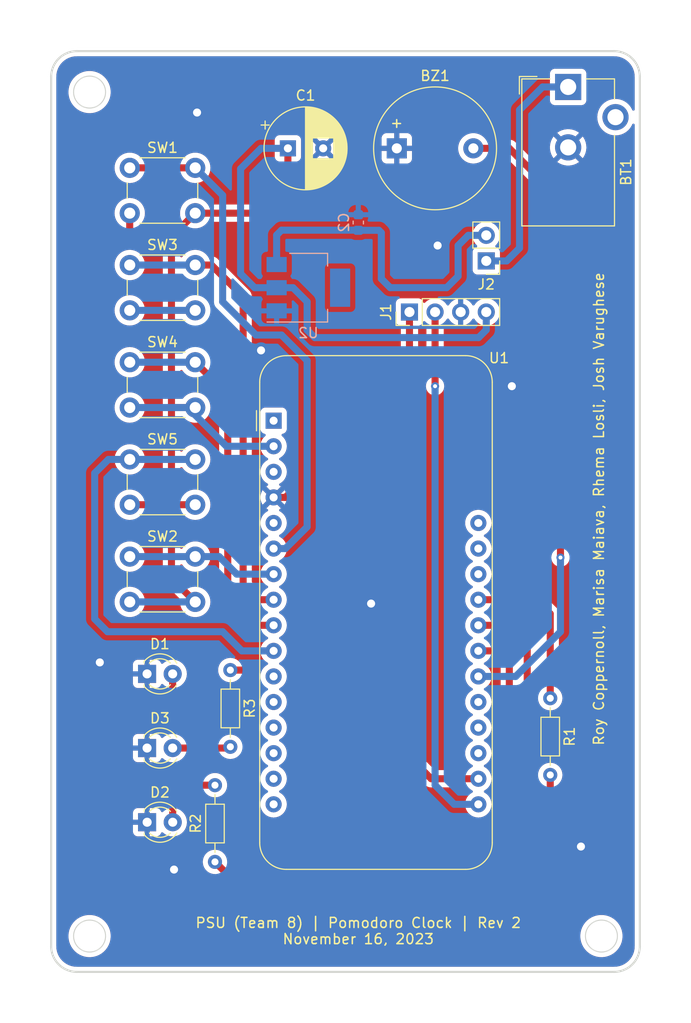
<source format=kicad_pcb>
(kicad_pcb (version 20211014) (generator pcbnew)
  (layers (0 "F.Cu" signal) (31 "B.Cu" signal) (34 "B.Paste" user) (35 "F.Paste" user) (36 "B.SilkS" user "B.Silkscreen") (37 "F.SilkS" user "F.Silkscreen") (38 "B.Mask" user) (39 "F.Mask" user) (44 "Edge.Cuts" user))
  (net 0 "")
  (net 1 "Net-(J2-Pad1)")
  (net 2 "GND")
  (net 3 "Net-(U1-Pad22)")
  (net 4 "/SCL")
  (net 5 "Net-(SW1-Pad2)")
  (net 6 "Net-(C2-Pad2)")
  (net 7 "/SDA")
  (net 8 "Net-(U1-Pad25)")
  (net 9 "Net-(R2-Pad1)")
  (net 10 "Net-(U1-Pad23)")
  (net 11 "Net-(U1-Pad6)")
  (net 12 "Net-(U1-Pad7)")
  (net 13 "Net-(U1-Pad8)")
  (net 14 "Net-(U1-Pad9)")
  (net 15 "Net-(U1-Pad10)")
  (net 31 "Net-(D1-Pad2)")
  (net 32 "Net-(D2-Pad2)")
  (net 33 "Net-(D3-Pad2)")
  (footprint "Button_Switch_THT:SW_PUSH_6mm" (layer "F.Cu") (at 63.675767 57.309767)
    (fp_text reference "SW1" (at 3.25 -2) (layer "F.SilkS"))
    (fp_text value "SW_Push")
    (fp_line (start 6.75 3) (end 6.75 1.5) (layer "F.SilkS") (width 0.12))
    (fp_line (start 5.5 -1) (end 1 -1) (layer "F.SilkS") (width 0.12))
    (fp_line (start 1 5.5) (end 5.5 5.5) (layer "F.SilkS") (width 0.12))
    (fp_line (start -0.25 1.5) (end -0.25 3) (layer "F.SilkS") (width 0.12))
    (pad "1" thru_hole circle (at 6.5 0 90) (size 2 2) (drill 1.1) (layers *.Cu *.Mask) (net 11 "Net-(U1-Pad6)"))
    (pad "1" thru_hole circle (at 0 0 90) (size 2 2) (drill 1.1) (layers *.Cu *.Mask) (net 11 "Net-(U1-Pad6)"))
    (pad "2" thru_hole circle (at 0 4.5 90) (size 2 2) (drill 1.1) (layers *.Cu *.Mask) (net 5 "Net-(SW1-Pad2)"))
    (pad "2" thru_hole circle (at 6.5 4.5 90) (size 2 2) (drill 1.1) (layers *.Cu *.Mask) (net 5 "Net-(SW1-Pad2)"))
  )
  (footprint "Connector_BarrelJack:BarrelJack_CUI_PJ-102AH_Horizontal" (layer "F.Cu") (at 107.188 49.276)
    (fp_text reference "BT1" (at 5.75 8.45 90) (layer "F.SilkS"))
    (fp_text value "9V")
    (fp_line (start 4.6 -0.8) (end 4.6 1.2) (layer "F.SilkS") (width 0.12))
    (fp_line (start 4.6 4.8) (end 4.6 13.8) (layer "F.SilkS") (width 0.12))
    (fp_line (start -4.84 0.7) (end -4.84 -1.04) (layer "F.SilkS") (width 0.12))
    (fp_line (start -4.6 -0.8) (end -1.8 -0.8) (layer "F.SilkS") (width 0.12))
    (fp_line (start 1.8 -0.8) (end 4.6 -0.8) (layer "F.SilkS") (width 0.12))
    (fp_line (start -4.6 13.8) (end -4.6 -0.8) (layer "F.SilkS") (width 0.12))
    (fp_line (start 4.6 13.8) (end -4.6 13.8) (layer "F.SilkS") (width 0.12))
    (fp_line (start -4.84 -1.04) (end -3.1 -1.04) (layer "F.SilkS") (width 0.12))
    (pad "1" thru_hole rect (at 0 0) (size 2.6 2.6) (drill 1.6) (layers *.Cu *.Mask) (net 1 "Net-(J2-Pad1)"))
    (pad "2" thru_hole circle (at 0 6) (size 2.6 2.6) (drill 1.6) (layers *.Cu *.Mask) (net 2 "GND"))
    (pad "3" thru_hole circle (at 4.7 3) (size 2.6 2.6) (drill 1.6) (layers *.Cu *.Mask))
  )
  (footprint "Button_Switch_THT:SW_PUSH_6mm" (layer "F.Cu") (at 63.675767 66.961767)
    (fp_text reference "SW3" (at 3.25 -2) (layer "F.SilkS"))
    (fp_text value "SW_Push")
    (fp_line (start 1 5.5) (end 5.5 5.5) (layer "F.SilkS") (width 0.12))
    (fp_line (start 6.75 3) (end 6.75 1.5) (layer "F.SilkS") (width 0.12))
    (fp_line (start 5.5 -1) (end 1 -1) (layer "F.SilkS") (width 0.12))
    (fp_line (start -0.25 1.5) (end -0.25 3) (layer "F.SilkS") (width 0.12))
    (pad "1" thru_hole circle (at 0 0 90) (size 2 2) (drill 1.1) (layers *.Cu *.Mask) (net 13 "Net-(U1-Pad8)"))
    (pad "1" thru_hole circle (at 6.5 0 90) (size 2 2) (drill 1.1) (layers *.Cu *.Mask) (net 13 "Net-(U1-Pad8)"))
    (pad "2" thru_hole circle (at 6.5 4.5 90) (size 2 2) (drill 1.1) (layers *.Cu *.Mask) (net 5 "Net-(SW1-Pad2)"))
    (pad "2" thru_hole circle (at 0 4.5 90) (size 2 2) (drill 1.1) (layers *.Cu *.Mask) (net 5 "Net-(SW1-Pad2)"))
  )
  (footprint "Buzzer_Beeper:Buzzer_12x9.5RM7.6" (layer "F.Cu") (at 90.18 55.372)
    (fp_text reference "BZ1" (at 3.8 -7.2) (layer "F.SilkS"))
    (fp_text value "Buzzer")
    (fp_text user "+" (at -0.01 -2.54) (layer "F.SilkS"))
    (fp_circle (center 3.8 0) (end 9.9 0) (layer "F.SilkS") (width 0.12) (fill none))
    (pad "1" thru_hole rect (at 0 0) (size 2 2) (drill 1) (layers *.Cu *.Mask) (net 2 "GND"))
    (pad "2" thru_hole circle (at 7.6 0) (size 2 2) (drill 1) (layers *.Cu *.Mask) (net 3 "Net-(U1-Pad22)"))
  )
  (footprint "LED_THT:LED_D3.0mm" (layer "F.Cu") (at 65.396767 107.565767)
    (fp_text reference "D1" (at 1.27 -2.96) (layer "F.SilkS"))
    (fp_text value "LED")
    (fp_line (start -0.29 1.08) (end -0.29 1.236) (layer "F.SilkS") (width 0.12))
    (fp_line (start -0.29 -1.236) (end -0.29 -1.08) (layer "F.SilkS") (width 0.12))
    (fp_arc (start -0.29 -1.235516) (mid 1.366487 -1.987659) (end 2.942335 -1.078608) (layer "F.SilkS") (width 0.12))
    (fp_arc (start 0.229039 -1.08) (mid 1.270117 -1.5) (end 2.31113 -1.079837) (layer "F.SilkS") (width 0.12))
    (fp_arc (start 2.31113 1.079837) (mid 1.270117 1.5) (end 0.229039 1.08) (layer "F.SilkS") (width 0.12))
    (fp_arc (start 2.942335 1.078608) (mid 1.366487 1.987659) (end -0.29 1.235516) (layer "F.SilkS") (width 0.12))
    (pad "1" thru_hole rect (at 0 0) (size 1.8 1.8) (drill 0.9) (layers *.Cu *.Mask) (net 2 "GND"))
    (pad "2" thru_hole circle (at 2.54 0) (size 1.8 1.8) (drill 0.9) (layers *.Cu *.Mask) (net 31 "Net-(D1-Pad2)"))
  )
  (footprint "LED_THT:LED_D3.0mm" (layer "F.Cu") (at 65.401767 122.297767)
    (fp_text reference "D2" (at 1.27 -2.96) (layer "F.SilkS"))
    (fp_text value "LED")
    (fp_line (start -0.29 -1.236) (end -0.29 -1.08) (layer "F.SilkS") (width 0.12))
    (fp_line (start -0.29 1.08) (end -0.29 1.236) (layer "F.SilkS") (width 0.12))
    (fp_arc (start 2.942335 1.078608) (mid 1.366487 1.987659) (end -0.29 1.235516) (layer "F.SilkS") (width 0.12))
    (fp_arc (start 0.229039 -1.08) (mid 1.270117 -1.5) (end 2.31113 -1.079837) (layer "F.SilkS") (width 0.12))
    (fp_arc (start 2.31113 1.079837) (mid 1.270117 1.5) (end 0.229039 1.08) (layer "F.SilkS") (width 0.12))
    (fp_arc (start -0.29 -1.235516) (mid 1.366487 -1.987659) (end 2.942335 -1.078608) (layer "F.SilkS") (width 0.12))
    (pad "1" thru_hole rect (at 0 0) (size 1.8 1.8) (drill 0.9) (layers *.Cu *.Mask) (net 2 "GND"))
    (pad "2" thru_hole circle (at 2.54 0) (size 1.8 1.8) (drill 0.9) (layers *.Cu *.Mask) (net 32 "Net-(D2-Pad2)"))
  )
  (footprint "Resistor_THT:R_Axial_DIN0204_L3.6mm_D1.6mm_P7.62mm_Horizontal" (layer "F.Cu") (at 105.41 109.982 -90)
    (fp_text reference "R1" (at 3.81 -1.92 90) (layer "F.SilkS"))
    (fp_text value "2k")
    (fp_line (start 6.68 0) (end 5.73 0) (layer "F.SilkS") (width 0.12))
    (fp_line (start 5.73 -0.92) (end 1.89 -0.92) (layer "F.SilkS") (width 0.12))
    (fp_line (start 1.89 -0.92) (end 1.89 0.92) (layer "F.SilkS") (width 0.12))
    (fp_line (start 0.94 0) (end 1.89 0) (layer "F.SilkS") (width 0.12))
    (fp_line (start 1.89 0.92) (end 5.73 0.92) (layer "F.SilkS") (width 0.12))
    (fp_line (start 5.73 0.92) (end 5.73 -0.92) (layer "F.SilkS") (width 0.12))
    (pad "1" thru_hole circle (at 0 0 270) (size 1.4 1.4) (drill 0.7) (layers *.Cu *.Mask) (net 8 "Net-(U1-Pad25)"))
    (pad "2" thru_hole oval (at 7.62 0 270) (size 1.4 1.4) (drill 0.7) (layers *.Cu *.Mask) (net 31 "Net-(D1-Pad2)"))
  )
  (footprint "Connector_PinHeader_2.54mm:PinHeader_1x02_P2.54mm_Vertical" (layer "F.Cu") (at 99.06 66.553 180)
    (fp_text reference "J2" (at 0 -2.33) (layer "F.SilkS"))
    (fp_text value "Rocker_Switch")
    (fp_line (start -1.33 3.87) (end 1.33 3.87) (layer "F.SilkS") (width 0.12))
    (fp_line (start 1.33 1.27) (end 1.33 3.87) (layer "F.SilkS") (width 0.12))
    (fp_line (start -1.33 0) (end -1.33 -1.33) (layer "F.SilkS") (width 0.12))
    (fp_line (start -1.33 1.27) (end -1.33 3.87) (layer "F.SilkS") (width 0.12))
    (fp_line (start -1.33 -1.33) (end 0 -1.33) (layer "F.SilkS") (width 0.12))
    (fp_line (start -1.33 1.27) (end 1.33 1.27) (layer "F.SilkS") (width 0.12))
    (pad "1" thru_hole rect (at 0 0 180) (size 1.7 1.7) (drill 1) (layers *.Cu *.Mask) (net 1 "Net-(J2-Pad1)"))
    (pad "2" thru_hole oval (at 0 2.54 180) (size 1.7 1.7) (drill 1) (layers *.Cu *.Mask) (net 6 "Net-(C2-Pad2)"))
  )
  (footprint "Button_Switch_THT:SW_PUSH_6mm" (layer "F.Cu") (at 63.675767 86.265767)
    (fp_text reference "SW5" (at 3.25 -2) (layer "F.SilkS"))
    (fp_text value "SW_Push")
    (fp_line (start 6.75 3) (end 6.75 1.5) (layer "F.SilkS") (width 0.12))
    (fp_line (start -0.25 1.5) (end -0.25 3) (layer "F.SilkS") (width 0.12))
    (fp_line (start 5.5 -1) (end 1 -1) (layer "F.SilkS") (width 0.12))
    (fp_line (start 1 5.5) (end 5.5 5.5) (layer "F.SilkS") (width 0.12))
    (pad "1" thru_hole circle (at 0 0 90) (size 2 2) (drill 1.1) (layers *.Cu *.Mask) (net 15 "Net-(U1-Pad10)"))
    (pad "1" thru_hole circle (at 6.5 0 90) (size 2 2) (drill 1.1) (layers *.Cu *.Mask) (net 15 "Net-(U1-Pad10)"))
    (pad "2" thru_hole circle (at 0 4.5 90) (size 2 2) (drill 1.1) (layers *.Cu *.Mask) (net 5 "Net-(SW1-Pad2)"))
    (pad "2" thru_hole circle (at 6.5 4.5 90) (size 2 2) (drill 1.1) (layers *.Cu *.Mask) (net 5 "Net-(SW1-Pad2)"))
  )
  (footprint "LED_THT:LED_D3.0mm" (layer "F.Cu") (at 65.396767 114.931767)
    (fp_text reference "D3" (at 1.27 -2.96) (layer "F.SilkS"))
    (fp_text value "LED")
    (fp_line (start -0.29 -1.236) (end -0.29 -1.08) (layer "F.SilkS") (width 0.12))
    (fp_line (start -0.29 1.08) (end -0.29 1.236) (layer "F.SilkS") (width 0.12))
    (fp_arc (start 0.229039 -1.08) (mid 1.270117 -1.5) (end 2.31113 -1.079837) (layer "F.SilkS") (width 0.12))
    (fp_arc (start 2.31113 1.079837) (mid 1.270117 1.5) (end 0.229039 1.08) (layer "F.SilkS") (width 0.12))
    (fp_arc (start 2.942335 1.078608) (mid 1.366487 1.987659) (end -0.29 1.235516) (layer "F.SilkS") (width 0.12))
    (fp_arc (start -0.29 -1.235516) (mid 1.366487 -1.987659) (end 2.942335 -1.078608) (layer "F.SilkS") (width 0.12))
    (pad "1" thru_hole rect (at 0 0) (size 1.8 1.8) (drill 0.9) (layers *.Cu *.Mask) (net 2 "GND"))
    (pad "2" thru_hole circle (at 2.54 0) (size 1.8 1.8) (drill 0.9) (layers *.Cu *.Mask) (net 33 "Net-(D3-Pad2)"))
  )
  (footprint "Resistor_THT:R_Axial_DIN0204_L3.6mm_D1.6mm_P7.62mm_Horizontal" (layer "F.Cu") (at 72.136 126.238 90)
    (fp_text reference "R2" (at 3.81 -1.92 90) (layer "F.SilkS"))
    (fp_text value "2k")
    (fp_line (start 5.73 0.92) (end 5.73 -0.92) (layer "F.SilkS") (width 0.12))
    (fp_line (start 1.89 -0.92) (end 1.89 0.92) (layer "F.SilkS") (width 0.12))
    (fp_line (start 1.89 0.92) (end 5.73 0.92) (layer "F.SilkS") (width 0.12))
    (fp_line (start 5.73 -0.92) (end 1.89 -0.92) (layer "F.SilkS") (width 0.12))
    (fp_line (start 6.68 0) (end 5.73 0) (layer "F.SilkS") (width 0.12))
    (fp_line (start 0.94 0) (end 1.89 0) (layer "F.SilkS") (width 0.12))
    (pad "1" thru_hole circle (at 0 0 90) (size 1.4 1.4) (drill 0.7) (layers *.Cu *.Mask) (net 9 "Net-(R2-Pad1)"))
    (pad "2" thru_hole oval (at 7.62 0 90) (size 1.4 1.4) (drill 0.7) (layers *.Cu *.Mask) (net 32 "Net-(D2-Pad2)"))
  )
  (footprint "Capacitor_THT:CP_Radial_D8.0mm_P3.50mm" (layer "F.Cu") (at 79.373349 55.372)
    (fp_text reference "C1" (at 1.75 -5.25) (layer "F.SilkS"))
    (fp_text value "10uF")
    (fp_line (start 2.751 1.04) (end 2.751 3.957) (layer "F.SilkS") (width 0.12))
    (fp_line (start 3.911 -3.469) (end 3.911 -1.04) (layer "F.SilkS") (width 0.12))
    (fp_line (start -2.259698 -2.715) (end -2.259698 -1.915) (layer "F.SilkS") (width 0.12))
    (fp_line (start 2.511 1.04) (end 2.511 4.01) (layer "F.SilkS") (width 0.12))
    (fp_line (start 4.191 -3.28) (end 4.191 -1.04) (layer "F.SilkS") (width 0.12))
    (fp_line (start 3.151 -3.835) (end 3.151 -1.04) (layer "F.SilkS") (width 0.12))
    (fp_line (start 4.391 -3.124) (end 4.391 -1.04) (layer "F.SilkS") (width 0.12))
    (fp_line (start 3.351 -3.757) (end 3.351 -1.04) (layer "F.SilkS") (width 0.12))
    (fp_line (start 2.03 -4.071) (end 2.03 4.071) (layer "F.SilkS") (width 0.12))
    (fp_line (start 3.111 -3.85) (end 3.111 -1.04) (layer "F.SilkS") (width 0.12))
    (fp_line (start 1.75 -4.08) (end 1.75 4.08) (layer "F.SilkS") (width 0.12))
    (fp_line (start 2.911 -3.914) (end 2.911 -1.04) (layer "F.SilkS") (width 0.12))
    (fp_line (start 3.631 -3.627) (end 3.631 -1.04) (layer "F.SilkS") (width 0.12))
    (fp_line (start 3.911 1.04) (end 3.911 3.469) (layer "F.SilkS") (width 0.12))
    (fp_line (start 2.991 1.04) (end 2.991 3.889) (layer "F.SilkS") (width 0.12))
    (fp_line (start 2.791 1.04) (end 2.791 3.947) (layer "F.SilkS") (width 0.12))
    (fp_line (start 4.991 -2.505) (end 4.991 2.505) (layer "F.SilkS") (width 0.12))
    (fp_line (start 4.271 1.04) (end 4.271 3.22) (layer "F.SilkS") (width 0.12))
    (fp_line (start 4.631 -2.907) (end 4.631 2.907) (layer "F.SilkS") (width 0.12))
    (fp_line (start 4.031 1.04) (end 4.031 3.392) (layer "F.SilkS") (width 0.12))
    (fp_line (start 1.91 -4.077) (end 1.91 4.077) (layer "F.SilkS") (width 0.12))
    (fp_line (start 2.39 -4.03) (end 2.39 4.03) (layer "F.SilkS") (width 0.12))
    (fp_line (start 4.511 1.04) (end 4.511 3.019) (layer "F.SilkS") (width 0.12))
    (fp_line (start 4.911 -2.604) (end 4.911 2.604) (layer "F.SilkS") (width 0.12))
    (fp_line (start 2.471 1.04) (end 2.471 4.017) (layer "F.SilkS") (width 0.12))
    (fp_line (start 4.231 -3.25) (end 4.231 -1.04) (layer "F.SilkS") (width 0.12))
    (fp_line (start 5.111 -2.345) (end 5.111 2.345) (layer "F.SilkS") (width 0.12))
    (fp_line (start 5.351 -1.964) (end 5.351 1.964) (layer "F.SilkS") (width 0.12))
    (fp_line (start 1.87 -4.079) (end 1.87 4.079) (layer "F.SilkS") (width 0.12))
    (fp_line (start 3.031 -3.877) (end 3.031 -1.04) (layer "F.SilkS") (width 0.12))
    (fp_line (start 4.111 1.04) (end 4.111 3.338) (layer "F.SilkS") (width 0.12))
    (fp_line (start 3.511 1.04) (end 3.511 3.686) (layer "F.SilkS") (width 0.12))
    (fp_line (start 2.631 -3.985) (end 2.631 -1.04) (layer "F.SilkS") (width 0.12))
    (fp_line (start 3.871 -3.493) (end 3.871 -1.04) (layer "F.SilkS") (width 0.12))
    (fp_line (start 2.711 -3.967) (end 2.711 -1.04) (layer "F.SilkS") (width 0.12))
    (fp_line (start -2.659698 -2.315) (end -1.859698 -2.315) (layer "F.SilkS") (width 0.12))
    (fp_line (start 2.831 1.04) (end 2.831 3.936) (layer "F.SilkS") (width 0.12))
    (fp_line (start 5.071 -2.4) (end 5.071 2.4) (layer "F.SilkS") (width 0.12))
    (fp_line (start 1.99 -4.074) (end 1.99 4.074) (layer "F.SilkS") (width 0.12))
    (fp_line (start 2.831 -3.936) (end 2.831 -1.04) (layer "F.SilkS") (width 0.12))
    (fp_line (start 3.471 1.04) (end 3.471 3.704) (layer "F.SilkS") (width 0.12))
    (fp_line (start 3.951 -3.444) (end 3.951 -1.04) (layer "F.SilkS") (width 0.12))
    (fp_line (start 5.751 -0.948) (end 5.751 0.948) (layer "F.SilkS") (width 0.12))
    (fp_line (start 3.671 1.04) (end 3.671 3.606) (layer "F.SilkS") (width 0.12))
    (fp_line (start 5.151 -2.287) (end 5.151 2.287) (layer "F.SilkS") (width 0.12))
    (fp_line (start 5.791 -0.768) (end 5.791 0.768) (layer "F.SilkS") (width 0.12))
    (fp_line (start 2.591 -3.994) (end 2.591 -1.04) (layer "F.SilkS") (width 0.12))
    (fp_line (start 4.951 -2.556) (end 4.951 2.556) (layer "F.SilkS") (width 0.12))
    (fp_line (start 2.711 1.04) (end 2.711 3.967) (layer "F.SilkS") (width 0.12))
    (fp_line (start 5.191 -2.228) (end 5.191 2.228) (layer "F.SilkS") (width 0.12))
    (fp_line (start 4.231 1.04) (end 4.231 3.25) (layer "F.SilkS") (width 0.12))
    (fp_line (start 3.711 1.04) (end 3.711 3.584) (layer "F.SilkS") (width 0.12))
    (fp_line (start 3.551 -3.666) (end 3.551 -1.04) (layer "F.SilkS") (width 0.12))
    (fp_line (start 3.391 1.04) (end 3.391 3.74) (layer "F.SilkS") (width 0.12))
    (fp_line (start 3.031 1.04) (end 3.031 3.877) (layer "F.SilkS") (width 0.12))
    (fp_line (start 3.791 1.04) (end 3.791 3.54) (layer "F.SilkS") (width 0.12))
    (fp_line (start 4.431 1.04) (end 4.431 3.09) (layer "F.SilkS") (width 0.12))
    (fp_line (start 3.431 1.04) (end 3.431 3.722) (layer "F.SilkS") (width 0.12))
    (fp_line (start 3.751 1.04) (end 3.751 3.562) (layer "F.SilkS") (width 0.12))
    (fp_line (start 5.471 -1.731) (end 5.471 1.731) (layer "F.SilkS") (width 0.12))
    (fp_line (start 5.591 -1.453) (end 5.591 1.453) (layer "F.SilkS") (width 0.12))
    (fp_line (start 2.471 -4.017) (end 2.471 -1.04) (layer "F.SilkS") (width 0.12))
    (fp_line (start 3.951 1.04) (end 3.951 3.444) (layer "F.SilkS") (width 0.12))
    (fp_line (start 5.431 -1.813) (end 5.431 1.813) (layer "F.SilkS") (width 0.12))
    (fp_line (start 2.43 -4.024) (end 2.43 4.024) (layer "F.SilkS") (width 0.12))
    (fp_line (start 4.071 -3.365) (end 4.071 -1.04) (layer "F.SilkS") (width 0.12))
    (fp_line (start 2.11 -4.065) (end 2.11 4.065) (layer "F.SilkS") (width 0.12))
    (fp_line (start 5.831 -0.533) (end 5.831 0.533) (layer "F.SilkS") (width 0.12))
    (fp_line (start 5.391 -1.89) (end 5.391 1.89) (layer "F.SilkS") (width 0.12))
    (fp_line (start 5.551 -1.552) (end 5.551 1.552) (layer "F.SilkS") (width 0.12))
    (fp_line (start 2.551 1.04) (end 2.551 4.002) (layer "F.SilkS") (width 0.12))
    (fp_line (start 3.471 -3.704) (end 3.471 -1.04) (layer "F.SilkS") (width 0.12))
    (fp_line (start 4.871 -2.651) (end 4.871 2.651) (layer "F.SilkS") (width 0.12))
    (fp_line (start 2.27 -4.048) (end 2.27 4.048) (layer "F.SilkS") (width 0.12))
    (fp_line (start 3.071 1.04) (end 3.071 3.863) (layer "F.SilkS") (width 0.12))
    (fp_line (start 2.31 -4.042) (end 2.31 4.042) (layer "F.SilkS") (width 0.12))
    (fp_line (start 2.671 1.04) (end 2.671 3.976) (layer "F.SilkS") (width 0.12))
    (fp_line (start 3.071 -3.863) (end 3.071 -1.04) (layer "F.SilkS") (width 0.12))
    (fp_line (start 3.551 1.04) (end 3.551 3.666) (layer "F.SilkS") (width 0.12))
    (fp_line (start 2.551 -4.002) (end 2.551 -1.04) (layer "F.SilkS") (width 0.12))
    (fp_line (start 4.391 1.04) (end 4.391 3.124) (layer "F.SilkS") (width 0.12))
    (fp_line (start 3.311 1.04) (end 3.311 3.774) (layer "F.SilkS") (width 0.12))
    (fp_line (start 2.23 -4.052) (end 2.23 4.052) (layer "F.SilkS") (width 0.12))
    (fp_line (start 4.791 -2.741) (end 4.791 2.741) (layer "F.SilkS") (width 0.12))
    (fp_line (start 4.351 -3.156) (end 4.351 -1.04) (layer "F.SilkS") (width 0.12))
    (fp_line (start 1.95 -4.076) (end 1.95 4.076) (layer "F.SilkS") (width 0.12))
    (fp_line (start 2.591 1.04) (end 2.591 3.994) (layer "F.SilkS") (width 0.12))
    (fp_line (start 2.871 1.04) (end 2.871 3.925) (layer "F.SilkS") (width 0.12))
    (fp_line (start 3.271 1.04) (end 3.271 3.79) (layer "F.SilkS") (width 0.12))
    (fp_line (start 4.311 -3.189) (end 4.311 -1.04) (layer "F.SilkS") (width 0.12))
    (fp_line (start 5.271 -2.102) (end 5.271 2.102) (layer "F.SilkS") (width 0.12))
    (fp_line (start 2.951 1.04) (end 2.951 3.902) (layer "F.SilkS") (width 0.12))
    (fp_line (start 3.711 -3.584) (end 3.711 -1.04) (layer "F.SilkS") (width 0.12))
    (fp_line (start 5.511 -1.645) (end 5.511 1.645) (layer "F.SilkS") (width 0.12))
    (fp_line (start 1.79 -4.08) (end 1.79 4.08) (layer "F.SilkS") (width 0.12))
    (fp_line (start 3.991 1.04) (end 3.991 3.418) (layer "F.SilkS") (width 0.12))
    (fp_line (start 3.231 1.04) (end 3.231 3.805) (layer "F.SilkS") (width 0.12))
    (fp_line (start 4.111 -3.338) (end 4.111 -1.04) (layer "F.SilkS") (width 0.12))
    (fp_line (start 3.351 1.04) (end 3.351 3.757) (layer "F.SilkS") (width 0.12))
    (fp_line (start 3.391 -3.74) (end 3.391 -1.04) (layer "F.SilkS") (width 0.12))
    (fp_line (start 4.191 1.04) (end 4.191 3.28) (layer "F.SilkS") (width 0.12))
    (fp_line (start 3.151 1.04) (end 3.151 3.835) (layer "F.SilkS") (width 0.12))
    (fp_line (start 3.191 -3.821) (end 3.191 -1.04) (layer "F.SilkS") (width 0.12))
    (fp_line (start 2.07 -4.068) (end 2.07 4.068) (layer "F.SilkS") (width 0.12))
    (fp_line (start 2.631 1.04) (end 2.631 3.985) (layer "F.SilkS") (width 0.12))
    (fp_line (start 3.631 1.04) (end 3.631 3.627) (layer "F.SilkS") (width 0.12))
    (fp_line (start 3.791 -3.54) (end 3.791 -1.04) (layer "F.SilkS") (width 0.12))
    (fp_line (start 3.231 -3.805) (end 3.231 -1.04) (layer "F.SilkS") (width 0.12))
    (fp_line (start 3.271 -3.79) (end 3.271 -1.04) (layer "F.SilkS") (width 0.12))
    (fp_line (start 2.15 -4.061) (end 2.15 4.061) (layer "F.SilkS") (width 0.12))
    (fp_line (start 3.591 -3.647) (end 3.591 -1.04) (layer "F.SilkS") (width 0.12))
    (fp_line (start 4.551 -2.983) (end 4.551 2.983) (layer "F.SilkS") (width 0.12))
    (fp_line (start 3.511 -3.686) (end 3.511 -1.04) (layer "F.SilkS") (width 0.12))
    (fp_line (start 4.751 -2.784) (end 4.751 2.784) (layer "F.SilkS") (width 0.12))
    (fp_line (start 2.791 -3.947) (end 2.791 -1.04) (layer "F.SilkS") (width 0.12))
    (fp_line (start 4.471 1.04) (end 4.471 3.055) (layer "F.SilkS") (width 0.12))
    (fp_line (start 4.031 -3.392) (end 4.031 -1.04) (layer "F.SilkS") (width 0.12))
    (fp_line (start 2.511 -4.01) (end 2.511 -1.04) (layer "F.SilkS") (width 0.12))
    (fp_line (start 3.311 -3.774) (end 3.311 -1.04) (layer "F.SilkS") (width 0.12))
    (fp_line (start 3.991 -3.418) (end 3.991 -1.04) (layer "F.SilkS") (width 0.12))
    (fp_line (start 4.671 -2.867) (end 4.671 2.867) (layer "F.SilkS") (width 0.12))
    (fp_line (start 5.031 -2.454) (end 5.031 2.454) (layer "F.SilkS") (width 0.12))
    (fp_line (start 4.431 -3.09) (end 4.431 -1.04) (layer "F.SilkS") (width 0.12))
    (fp_line (start 4.151 -3.309) (end 4.151 -1.04) (layer "F.SilkS") (width 0.12))
    (fp_line (start 2.35 -4.037) (end 2.35 4.037) (layer "F.SilkS") (width 0.12))
    (fp_line (start 2.19 -4.057) (end 2.19 4.057) (layer "F.SilkS") (width 0.12))
    (fp_line (start 2.951 -3.902) (end 2.951 -1.04) (layer "F.SilkS") (width 0.12))
    (fp_line (start 3.111 1.04) (end 3.111 3.85) (layer "F.SilkS") (width 0.12))
    (fp_line (start 3.871 1.04) (end 3.871 3.493) (layer "F.SilkS") (width 0.12))
    (fp_line (start 3.751 -3.562) (end 3.751 -1.04) (layer "F.SilkS") (width 0.12))
    (fp_line (start 2.671 -3.976) (end 2.671 -1.04) (layer "F.SilkS") (width 0.12))
    (fp_line (start 4.711 -2.826) (end 4.711 2.826) (layer "F.SilkS") (width 0.12))
    (fp_line (start 1.83 -4.08) (end 1.83 4.08) (layer "F.SilkS") (width 0.12))
    (fp_line (start 3.831 1.04) (end 3.831 3.517) (layer "F.SilkS") (width 0.12))
    (fp_line (start 4.351 1.04) (end 4.351 3.156) (layer "F.SilkS") (width 0.12))
    (fp_line (start 3.831 -3.517) (end 3.831 -1.04) (layer "F.SilkS") (width 0.12))
    (fp_line (start 4.591 -2.945) (end 4.591 2.945) (layer "F.SilkS") (width 0.12))
    (fp_line (start 5.231 -2.166) (end 5.231 2.166) (layer "F.SilkS") (width 0.12))
    (fp_line (start 5.671 -1.229) (end 5.671 1.229) (layer "F.SilkS") (width 0.12))
    (fp_line (start 2.911 1.04) (end 2.911 3.914) (layer "F.SilkS") (width 0.12))
    (fp_line (start 4.271 -3.22) (end 4.271 -1.04) (layer "F.SilkS") (width 0.12))
    (fp_line (start 2.871 -3.925) (end 2.871 -1.04) (layer "F.SilkS") (width 0.12))
    (fp_line (start 4.071 1.04) (end 4.071 3.365) (layer "F.SilkS") (width 0.12))
    (fp_line (start 2.751 -3.957) (end 2.751 -1.04) (layer "F.SilkS") (width 0.12))
    (fp_line (start 3.431 -3.722) (end 3.431 -1.04) (layer "F.SilkS") (width 0.12))
    (fp_line (start 2.991 -3.889) (end 2.991 -1.04) (layer "F.SilkS") (width 0.12))
    (fp_line (start 3.191 1.04) (end 3.191 3.821) (layer "F.SilkS") (width 0.12))
    (fp_line (start 3.671 -3.606) (end 3.671 -1.04) (layer "F.SilkS") (width 0.12))
    (fp_line (start 4.511 -3.019) (end 4.511 -1.04) (layer "F.SilkS") (width 0.12))
    (fp_line (start 4.471 -3.055) (end 4.471 -1.04) (layer "F.SilkS") (width 0.12))
    (fp_line (start 4.311 1.04) (end 4.311 3.189) (layer "F.SilkS") (width 0.12))
    (fp_line (start 5.711 -1.098) (end 5.711 1.098) (layer "F.SilkS") (width 0.12))
    (fp_line (start 4.831 -2.697) (end 4.831 2.697) (layer "F.SilkS") (width 0.12))
    (fp_line (start 4.151 1.04) (end 4.151 3.309) (layer "F.SilkS") (width 0.12))
    (fp_line (start 5.311 -2.034) (end 5.311 2.034) (layer "F.SilkS") (width 0.12))
    (fp_line (start 3.591 1.04) (end 3.591 3.647) (layer "F.SilkS") (width 0.12))
    (fp_line (start 5.631 -1.346) (end 5.631 1.346) (layer "F.SilkS") (width 0.12))
    (fp_circle (center 1.75 0) (end 5.87 0) (layer "F.SilkS") (width 0.12) (fill none))
    (pad "1" thru_hole rect (at 0 0) (size 1.6 1.6) (drill 0.8) (layers *.Cu *.Mask) (net 5 "Net-(SW1-Pad2)"))
    (pad "2" thru_hole circle (at 3.5 0) (size 1.6 1.6) (drill 0.8) (layers *.Cu *.Mask) (net 2 "GND"))
  )
  (footprint "Connector_PinHeader_2.54mm:PinHeader_1x04_P2.54mm_Vertical" (layer "F.Cu") (at 91.44 71.628 90)
    (fp_text reference "J1" (at 0 -2.33 90) (layer "F.SilkS"))
    (fp_text value "I2C_7SegDisp_Backpack")
    (fp_line (start -1.33 1.27) (end -1.33 8.95) (layer "F.SilkS") (width 0.12))
    (fp_line (start -1.33 -1.33) (end 0 -1.33) (layer "F.SilkS") (width 0.12))
    (fp_line (start -1.33 8.95) (end 1.33 8.95) (layer "F.SilkS") (width 0.12))
    (fp_line (start 1.33 1.27) (end 1.33 8.95) (layer "F.SilkS") (width 0.12))
    (fp_line (start -1.33 0) (end -1.33 -1.33) (layer "F.SilkS") (width 0.12))
    (fp_line (start -1.33 1.27) (end 1.33 1.27) (layer "F.SilkS") (width 0.12))
    (pad "1" thru_hole rect (at 0 0 90) (size 1.7 1.7) (drill 1) (layers *.Cu *.Mask) (net 4 "/SCL"))
    (pad "2" thru_hole oval (at 0 2.54 90) (size 1.7 1.7) (drill 1) (layers *.Cu *.Mask) (net 7 "/SDA"))
    (pad "3" thru_hole oval (at 0 5.08 90) (size 1.7 1.7) (drill 1) (layers *.Cu *.Mask) (net 2 "GND"))
    (pad "4" thru_hole oval (at 0 7.62 90) (size 1.7 1.7) (drill 1) (layers *.Cu *.Mask) (net 5 "Net-(SW1-Pad2)"))
  )
  (footprint "Button_Switch_THT:SW_PUSH_6mm" (layer "F.Cu") (at 63.675767 76.613767)
    (fp_text reference "SW4" (at 3.25 -2) (layer "F.SilkS"))
    (fp_text value "SW_Push")
    (fp_line (start 5.5 -1) (end 1 -1) (layer "F.SilkS") (width 0.12))
    (fp_line (start -0.25 1.5) (end -0.25 3) (layer "F.SilkS") (width 0.12))
    (fp_line (start 6.75 3) (end 6.75 1.5) (layer "F.SilkS") (width 0.12))
    (fp_line (start 1 5.5) (end 5.5 5.5) (layer "F.SilkS") (width 0.12))
    (pad "1" thru_hole circle (at 0 0 90) (size 2 2) (drill 1.1) (layers *.Cu *.Mask) (net 14 "Net-(U1-Pad9)"))
    (pad "1" thru_hole circle (at 6.5 0 90) (size 2 2) (drill 1.1) (layers *.Cu *.Mask) (net 14 "Net-(U1-Pad9)"))
    (pad "2" thru_hole circle (at 6.5 4.5 90) (size 2 2) (drill 1.1) (layers *.Cu *.Mask) (net 5 "Net-(SW1-Pad2)"))
    (pad "2" thru_hole circle (at 0 4.5 90) (size 2 2) (drill 1.1) (layers *.Cu *.Mask) (net 5 "Net-(SW1-Pad2)"))
  )
  (footprint "Module:Adafruit_Feather" (layer "F.Cu") (at 77.955267 82.419767)
    (fp_text reference "U1" (at 22.374733 -6.219767) (layer "F.SilkS"))
    (fp_text value "Adafruit_Feather_HUZZAH32_ESP32")
    (fp_line (start 19.05 44.56) (end 1.27 44.56) (layer "F.SilkS") (width 0.12))
    (fp_line (start -1.38 -3.81) (end -1.38 41.91) (layer "F.SilkS") (width 0.12))
    (fp_line (start 19.05 -6.46) (end 1.27 -6.46) (layer "F.SilkS") (width 0.12))
    (fp_line (start -1.7 1) (end -1.7 -1) (layer "F.SilkS") (width 0.12))
    (fp_line (start 21.7 -3.81) (end 21.7 41.91) (layer "F.SilkS") (width 0.12))
    (fp_arc (start -1.38 -3.81) (mid -0.603833 -5.683833) (end 1.27 -6.46) (layer "F.SilkS") (width 0.12))
    (fp_arc (start 1.27 44.56) (mid -0.603833 43.783833) (end -1.38 41.91) (layer "F.SilkS") (width 0.12))
    (fp_arc (start 21.7 41.91) (mid 20.923833 43.783833) (end 19.05 44.56) (layer "F.SilkS") (width 0.12))
    (fp_arc (start 19.05 -6.46) (mid 20.923833 -5.683833) (end 21.7 -3.81) (layer "F.SilkS") (width 0.12))
    (pad "1" thru_hole rect (at 0 0 180) (size 1.6 1.6) (drill 0.8) (layers *.Cu *.Mask))
    (pad "2" thru_hole circle (at 0 2.54 180) (size 1.6 1.6) (drill 0.8) (layers *.Cu *.Mask) (net 5 "Net-(SW1-Pad2)"))
    (pad "3" thru_hole circle (at 0 5.08 180) (size 1.6 1.6) (drill 0.8) (layers *.Cu *.Mask))
    (pad "4" thru_hole circle (at 0 7.62 180) (size 1.6 1.6) (drill 0.8) (layers *.Cu *.Mask) (net 2 "GND"))
    (pad "5" thru_hole circle (at 0 10.16 180) (size 1.6 1.6) (drill 0.8) (layers *.Cu *.Mask))
    (pad "6" thru_hole circle (at 0 12.7 180) (size 1.6 1.6) (drill 0.8) (layers *.Cu *.Mask) (net 11 "Net-(U1-Pad6)"))
    (pad "7" thru_hole circle (at 0 15.24 180) (size 1.6 1.6) (drill 0.8) (layers *.Cu *.Mask) (net 12 "Net-(U1-Pad7)"))
    (pad "8" thru_hole circle (at 0 17.78 180) (size 1.6 1.6) (drill 0.8) (layers *.Cu *.Mask) (net 13 "Net-(U1-Pad8)"))
    (pad "9" thru_hole circle (at 0 20.32 180) (size 1.6 1.6) (drill 0.8) (layers *.Cu *.Mask) (net 14 "Net-(U1-Pad9)"))
    (pad "10" thru_hole circle (at 0 22.86 180) (size 1.6 1.6) (drill 0.8) (layers *.Cu *.Mask) (net 15 "Net-(U1-Pad10)"))
    (pad "11" thru_hole circle (at 0 25.4 180) (size 1.6 1.6) (drill 0.8) (layers *.Cu *.Mask))
    (pad "12" thru_hole circle (at 0 27.94 180) (size 1.6 1.6) (drill 0.8) (layers *.Cu *.Mask))
    (pad "13" thru_hole circle (at 0 30.48 180) (size 1.6 1.6) (drill 0.8) (layers *.Cu *.Mask))
    (pad "14" thru_hole circle (at 0 33.02 180) (size 1.6 1.6) (drill 0.8) (layers *.Cu *.Mask))
    (pad "15" thru_hole circle (at 0 35.56 180) (size 1.6 1.6) (drill 0.8) (layers *.Cu *.Mask))
    (pad "16" thru_hole circle (at 0 38.1 180) (size 1.6 1.6) (drill 0.8) (layers *.Cu *.Mask))
    (pad "17" thru_hole circle (at 20.32 38.1 180) (size 1.6 1.6) (drill 0.8) (layers *.Cu *.Mask) (net 7 "/SDA"))
    (pad "18" thru_hole circle (at 20.32 35.56 180) (size 1.6 1.6) (drill 0.8) (layers *.Cu *.Mask) (net 4 "/SCL"))
    (pad "19" thru_hole circle (at 20.32 33.02 180) (size 1.6 1.6) (drill 0.8) (layers *.Cu *.Mask))
    (pad "20" thru_hole circle (at 20.32 30.48 180) (size 1.6 1.6) (drill 0.8) (layers *.Cu *.Mask))
    (pad "21" thru_hole circle (at 20.32 27.94 180) (size 1.6 1.6) (drill 0.8) (layers *.Cu *.Mask))
    (pad "22" thru_hole circle (at 20.32 25.4 180) (size 1.6 1.6) (drill 0.8) (layers *.Cu *.Mask) (net 3 "Net-(U1-Pad22)"))
    (pad "23" thru_hole circle (at 20.32 22.86 180) (size 1.6 1.6) (drill 0.8) (layers *.Cu *.Mask) (net 10 "Net-(U1-Pad23)"))
    (pad "24" thru_hole circle (at 20.32 20.32 180) (size 1.6 1.6) (drill 0.8) (layers *.Cu *.Mask) (net 9 "Net-(R2-Pad1)"))
    (pad "25" thru_hole circle (at 20.32 17.78 180) (size 1.6 1.6) (drill 0.8) (layers *.Cu *.Mask) (net 8 "Net-(U1-Pad25)"))
    (pad "26" thru_hole circle (at 20.32 15.24 180) (size 1.6 1.6) (drill 0.8) (layers *.Cu *.Mask))
    (pad "27" thru_hole circle (at 20.32 12.7 180) (size 1.6 1.6) (drill 0.8) (layers *.Cu *.Mask))
    (pad "28" thru_hole circle (at 20.32 10.16 180) (size 1.6 1.6) (drill 0.8) (layers *.Cu *.Mask))
  )
  (footprint "Resistor_THT:R_Axial_DIN0204_L3.6mm_D1.6mm_P7.62mm_Horizontal" (layer "F.Cu") (at 73.66 107.188 -90)
    (fp_text reference "R3" (at 3.81 -1.92 90) (layer "F.SilkS"))
    (fp_text value "2k")
    (fp_line (start 5.73 0.92) (end 5.73 -0.92) (layer "F.SilkS") (width 0.12))
    (fp_line (start 5.73 -0.92) (end 1.89 -0.92) (layer "F.SilkS") (width 0.12))
    (fp_line (start 1.89 0.92) (end 5.73 0.92) (layer "F.SilkS") (width 0.12))
    (fp_line (start 6.68 0) (end 5.73 0) (layer "F.SilkS") (width 0.12))
    (fp_line (start 0.94 0) (end 1.89 0) (layer "F.SilkS") (width 0.12))
    (fp_line (start 1.89 -0.92) (end 1.89 0.92) (layer "F.SilkS") (width 0.12))
    (pad "1" thru_hole circle (at 0 0 270) (size 1.4 1.4) (drill 0.7) (layers *.Cu *.Mask) (net 10 "Net-(U1-Pad23)"))
    (pad "2" thru_hole oval (at 7.62 0 270) (size 1.4 1.4) (drill 0.7) (layers *.Cu *.Mask) (net 33 "Net-(D3-Pad2)"))
  )
  (footprint "Button_Switch_THT:SW_PUSH_6mm" (layer "F.Cu") (at 63.675767 95.917767)
    (fp_text reference "SW2" (at 3.25 -2) (layer "F.SilkS"))
    (fp_text value "SW_Push")
    (fp_line (start 5.5 -1) (end 1 -1) (layer "F.SilkS") (width 0.12))
    (fp_line (start 6.75 3) (end 6.75 1.5) (layer "F.SilkS") (width 0.12))
    (fp_line (start -0.25 1.5) (end -0.25 3) (layer "F.SilkS") (width 0.12))
    (fp_line (start 1 5.5) (end 5.5 5.5) (layer "F.SilkS") (width 0.12))
    (pad "1" thru_hole circle (at 0 0 90) (size 2 2) (drill 1.1) (layers *.Cu *.Mask) (net 12 "Net-(U1-Pad7)"))
    (pad "1" thru_hole circle (at 6.5 0 90) (size 2 2) (drill 1.1) (layers *.Cu *.Mask) (net 12 "Net-(U1-Pad7)"))
    (pad "2" thru_hole circle (at 6.5 4.5 90) (size 2 2) (drill 1.1) (layers *.Cu *.Mask) (net 5 "Net-(SW1-Pad2)"))
    (pad "2" thru_hole circle (at 0 4.5 90) (size 2 2) (drill 1.1) (layers *.Cu *.Mask) (net 5 "Net-(SW1-Pad2)"))
  )
  (footprint "Package_TO_SOT_SMD:SOT-223" (layer "B.Cu") (at 81.403767 69.211767)
    (fp_text reference "U2" (at 0 4.5) (layer "B.SilkS") (effects (justify mirror)))
    (fp_text value "AZ1117-3.3")
    (fp_line (start -4.1 3.41) (end 1.91 3.41) (layer "B.SilkS") (width 0.12))
    (fp_line (start -1.85 -3.41) (end 1.91 -3.41) (layer "B.SilkS") (width 0.12))
    (fp_line (start 1.91 -3.41) (end 1.91 -2.15) (layer "B.SilkS") (width 0.12))
    (fp_line (start 1.91 3.41) (end 1.91 2.15) (layer "B.SilkS") (width 0.12))
    (pad "1" smd rect (at -3.15 2.3) (size 2 1.5) (layers "B.Cu" "B.Paste" "B.Mask") (net 2 "GND"))
    (pad "2" smd rect (at -3.15 0) (size 2 1.5) (layers "B.Cu" "B.Paste" "B.Mask") (net 5 "Net-(SW1-Pad2)"))
    (pad "3" smd rect (at -3.15 -2.3) (size 2 1.5) (layers "B.Cu" "B.Paste" "B.Mask") (net 6 "Net-(C2-Pad2)"))
    (pad "4" smd rect (at 3.15 0) (size 2 3.8) (layers "B.Cu" "B.Paste" "B.Mask"))
  )
  (footprint "Capacitor_SMD:C_0603_1608Metric" (layer "B.Cu") (at 86.36 62.738 -90)
    (fp_text reference "C2" (at 0 1.43 90) (layer "B.SilkS") (effects (justify mirror)))
    (fp_text value "0.1uF")
    (fp_line (start -0.14058 0.51) (end 0.14058 0.51) (layer "B.SilkS") (width 0.12))
    (fp_line (start -0.14058 -0.51) (end 0.14058 -0.51) (layer "B.SilkS") (width 0.12))
    (pad "1" smd roundrect (at -0.775 0 270) (size 0.9 0.95) (layers "B.Cu" "B.Paste" "B.Mask") (net 2 "GND"))
    (pad "2" smd roundrect (at 0.775 0 270) (size 0.9 0.95) (layers "B.Cu" "B.Paste" "B.Mask") (net 6 "Net-(C2-Pad2)"))
  )
  (gr_line (start 114.3 48.26) (end 114.3 134.62) (layer "Edge.Cuts") (width 0.2))
  (gr_arc (start 55.88 48.26) (mid 56.623949 46.463949) (end 58.42 45.72) (layer "Edge.Cuts") (width 0.2))
  (gr_arc (start 111.76 45.72) (mid 113.556051 46.463949) (end 114.3 48.26) (layer "Edge.Cuts") (width 0.2))
  (gr_arc (start 58.42 137.16) (mid 56.623949 136.416051) (end 55.88 134.62) (layer "Edge.Cuts") (width 0.2))
  (gr_circle (center 59.69 133.604) (end 61.2775 133.604) (layer "Edge.Cuts") (width 0.1) (fill none))
  (gr_arc (start 114.3 134.62) (mid 113.556051 136.416051) (end 111.76 137.16) (layer "Edge.Cuts") (width 0.2))
  (gr_line (start 111.76 137.16) (end 58.42 137.16) (layer "Edge.Cuts") (width 0.2))
  (gr_circle (center 59.69 49.784) (end 61.2775 49.784) (layer "Edge.Cuts") (width 0.1) (fill none))
  (gr_line (start 55.88 134.62) (end 55.88 48.26) (layer "Edge.Cuts") (width 0.2))
  (gr_line (start 58.42 45.72) (end 111.76 45.72) (layer "Edge.Cuts") (width 0.2))
  (gr_circle (center 110.49 133.604) (end 112.0775 133.604) (layer "Edge.Cuts") (width 0.1) (fill none))
  (gr_text "PSU (Team 8) | Pomodoro Clock | Rev 2\nNovember 16, 2023" (at 86.36 133.096) (layer "F.SilkS") (effects (font (size 1 1))))
  (gr_text "Roy Coppernoll, Marisa Maiava, Rhema Losli, Josh Varughese" (at 110.236 91.186 90) (layer "F.SilkS") (effects (font (size 1 1))))
  (segment (start 102.362 65.278) (end 102.362 51.562) (width 0.7) (layer "B.Cu") (net 1))
  (segment (start 102.362 51.562) (end 104.648 49.276) (width 0.7) (layer "B.Cu") (net 1))
  (segment (start 104.648 49.276) (end 107.188 49.276) (width 0.7) (layer "B.Cu") (net 1))
  (segment (start 101.087 66.553) (end 102.362 65.278) (width 0.7) (layer "B.Cu") (net 1))
  (segment (start 99.06 66.553) (end 101.087 66.553) (width 0.7) (layer "B.Cu") (net 1))
  (segment (start 79.124233 90.039767) (end 80.772 88.392) (width 0.7) (layer "F.Cu") (net 2))
  (segment (start 80.772 76.708) (end 79.502 75.438) (width 0.7) (layer "F.Cu") (net 2))
  (segment (start 79.502 75.438) (end 76.708 75.438) (width 0.7) (layer "F.Cu") (net 2))
  (segment (start 77.955267 90.039767) (end 79.124233 90.039767) (width 0.7) (layer "F.Cu") (net 2))
  (segment (start 80.772 88.392) (end 80.772 76.708) (width 0.7) (layer "F.Cu") (net 2))
  (via (at 108.458 124.714) (size 1.6) (drill 0.8) (layers "F.Cu" "B.Cu") (net 2))
  (via (at 87.63 100.584) (size 1.6) (drill 0.8) (layers "F.Cu" "B.Cu") (net 2))
  (via (at 76.708 75.438) (size 1.6) (drill 0.8) (layers "F.Cu" "B.Cu") (net 2))
  (via (at 60.706 106.426) (size 1.6) (drill 0.8) (layers "F.Cu" "B.Cu") (net 2))
  (via (at 68.072 127) (size 1.6) (drill 0.8) (layers "F.Cu" "B.Cu") (net 2))
  (via (at 101.6 78.994) (size 1.6) (drill 0.8) (layers "F.Cu" "B.Cu") (net 2))
  (via (at 94.234 65.024) (size 1.6) (drill 0.8) (layers "F.Cu" "B.Cu") (net 2))
  (via (at 70.358 51.816) (size 1.6) (drill 0.8) (layers "F.Cu" "B.Cu") (net 2))
  (segment (start 77.955267 90.039767) (end 78.199267 89.795767) (width 0.7) (layer "B.Cu") (net 2))
  (segment (start 65.401767 114.936767) (end 65.396767 114.931767) (width 0.7) (layer "B.Cu") (net 2))
  (segment (start 101.346 55.372) (end 102.108 56.134) (width 0.7) (layer "F.Cu") (net 3))
  (segment (start 102.108 56.134) (end 104.14 58.166) (width 0.7) (layer "F.Cu") (net 3))
  (segment (start 106.426 60.452) (end 106.426 96.012) (width 0.7) (layer "F.Cu") (net 3))
  (segment (start 97.78 55.372) (end 101.346 55.372) (width 0.7) (layer "F.Cu") (net 3))
  (segment (start 104.14 58.166) (end 106.426 60.452) (width 0.7) (layer "F.Cu") (net 3))
  (via (at 106.426 96.012) (size 0.8) (drill 0.4) (layers "F.Cu" "B.Cu") (net 3))
  (segment (start 101.984233 107.819767) (end 98.275267 107.819767) (width 0.7) (layer "B.Cu") (net 3))
  (segment (start 106.426 103.378) (end 101.984233 107.819767) (width 0.7) (layer "B.Cu") (net 3))
  (segment (start 106.426 96.012) (end 106.426 103.378) (width 0.7) (layer "B.Cu") (net 3))
  (segment (start 91.44 71.628) (end 91.44 115.824) (width 0.7) (layer "F.Cu") (net 4))
  (segment (start 91.44 115.824) (end 93.595767 117.979767) (width 0.7) (layer "F.Cu") (net 4))
  (segment (start 93.595767 117.979767) (end 98.275267 117.979767) (width 0.7) (layer "F.Cu") (net 4))
  (segment (start 67.818 81.026) (end 67.818 90.678) (width 0.7) (layer "F.Cu") (net 5))
  (segment (start 67.818 81.026) (end 67.905767 81.113767) (width 0.7) (layer "F.Cu") (net 5))
  (segment (start 67.818 90.678) (end 67.905767 90.765767) (width 0.7) (layer "F.Cu") (net 5))
  (segment (start 63.675767 90.765767) (end 67.905767 90.765767) (width 0.7) (layer "F.Cu") (net 5))
  (segment (start 79.373349 59.310651) (end 79.373349 55.372) (width 0.7) (layer "F.Cu") (net 5))
  (segment (start 70.175767 61.809767) (end 67.818 64.167534) (width 0.7) (layer "F.Cu") (net 5))
  (segment (start 67.818 90.678) (end 67.818 98.06) (width 0.7) (layer "F.Cu") (net 5))
  (segment (start 63.675767 63.421767) (end 64.421534 64.167534) (width 0.7) (layer "F.Cu") (net 5))
  (segment (start 67.905767 81.113767) (end 70.175767 81.113767) (width 0.7) (layer "F.Cu") (net 5))
  (segment (start 67.818 71.374) (end 67.905767 71.461767) (width 0.7) (layer "F.Cu") (net 5))
  (segment (start 70.175767 61.809767) (end 76.874233 61.809767) (width 0.7) (layer "F.Cu") (net 5))
  (segment (start 67.818 71.374) (end 67.818 81.026) (width 0.7) (layer "F.Cu") (net 5))
  (segment (start 76.874233 61.809767) (end 79.373349 59.310651) (width 0.7) (layer "F.Cu") (net 5))
  (segment (start 67.905767 71.461767) (end 70.175767 71.461767) (width 0.7) (layer "F.Cu") (net 5))
  (segment (start 67.818 98.06) (end 70.175767 100.417767) (width 0.7) (layer "F.Cu") (net 5))
  (segment (start 67.818 64.167534) (end 67.818 71.374) (width 0.7) (layer "F.Cu") (net 5))
  (segment (start 67.905767 90.765767) (end 70.175767 90.765767) (width 0.7) (layer "F.Cu") (net 5))
  (segment (start 64.421534 64.167534) (end 67.818 64.167534) (width 0.7) (layer "F.Cu") (net 5))
  (segment (start 63.675767 61.809767) (end 63.675767 63.421767) (width 0.7) (layer "F.Cu") (net 5))
  (segment (start 78.253767 69.211767) (end 79.879767 69.211767) (width 0.7) (layer "B.Cu") (net 5))
  (segment (start 99.06 73.406) (end 99.06 71.628) (width 0.7) (layer "B.Cu") (net 5))
  (segment (start 76.708 55.372) (end 79.373349 55.372) (width 0.7) (layer "B.Cu") (net 5))
  (segment (start 73.275767 84.959767) (end 77.955267 84.959767) (width 0.7) (layer "B.Cu") (net 5))
  (segment (start 63.675767 81.113767) (end 70.175767 81.113767) (width 0.7) (layer "B.Cu") (net 5))
  (segment (start 70.175767 81.113767) (end 70.175767 81.859767) (width 0.7) (layer "B.Cu") (net 5))
  (segment (start 78.253767 69.211767) (end 76.069767 69.211767) (width 0.7) (layer "B.Cu") (net 5))
  (segment (start 81.28 70.612) (end 81.28 73.406) (width 0.7) (layer "B.Cu") (net 5))
  (segment (start 74.676 67.818) (end 74.676 63.754) (width 0.7) (layer "B.Cu") (net 5))
  (segment (start 79.879767 69.211767) (end 81.28 70.612) (width 0.7) (layer "B.Cu") (net 5))
  (segment (start 76.069767 69.211767) (end 74.676 67.818) (width 0.7) (layer "B.Cu") (net 5))
  (segment (start 74.676 63.754) (end 74.676 57.404) (width 0.7) (layer "B.Cu") (net 5))
  (segment (start 81.28 73.406) (end 82.042 74.168) (width 0.7) (layer "B.Cu") (net 5))
  (segment (start 98.298 74.168) (end 99.06 73.406) (width 0.7) (layer "B.Cu") (net 5))
  (segment (start 63.675767 100.417767) (end 70.175767 100.417767) (width 0.7) (layer "B.Cu") (net 5))
  (segment (start 82.042 74.168) (end 98.298 74.168) (width 0.7) (layer "B.Cu") (net 5))
  (segment (start 74.676 57.404) (end 76.708 55.372) (width 0.7) (layer "B.Cu") (net 5))
  (segment (start 63.675767 71.461767) (end 70.175767 71.461767) (width 0.7) (layer "B.Cu") (net 5))
  (segment (start 70.175767 81.859767) (end 73.275767 84.959767) (width 0.7) (layer "B.Cu") (net 5))
  (segment (start 96.266 65.024) (end 97.277 64.013) (width 0.7) (layer "B.Cu") (net 6))
  (segment (start 96.266 68.072) (end 96.266 65.024) (width 0.7) (layer "B.Cu") (net 6))
  (segment (start 89.526767 69.206767) (end 95.131233 69.206767) (width 0.7) (layer "B.Cu") (net 6))
  (segment (start 86.347 63.5) (end 86.36 63.513) (width 0.7) (layer "B.Cu") (net 6))
  (segment (start 88.405 63.513) (end 88.646 63.754) (width 0.7) (layer "B.Cu") (net 6))
  (segment (start 78.253767 63.986233) (end 78.74 63.5) (width 0.7) (layer "B.Cu") (net 6))
  (segment (start 88.646 63.754) (end 88.646 68.326) (width 0.7) (layer "B.Cu") (net 6))
  (segment (start 78.253767 66.911767) (end 78.253767 63.986233) (width 0.7) (layer "B.Cu") (net 6))
  (segment (start 97.277 64.013) (end 99.06 64.013) (width 0.7) (layer "B.Cu") (net 6))
  (segment (start 78.74 63.5) (end 86.347 63.5) (width 0.7) (layer "B.Cu") (net 6))
  (segment (start 88.646 68.326) (end 89.526767 69.206767) (width 0.7) (layer "B.Cu") (net 6))
  (segment (start 95.131233 69.206767) (end 96.266 68.072) (width 0.7) (layer "B.Cu") (net 6))
  (segment (start 86.36 63.513) (end 88.405 63.513) (width 0.7) (layer "B.Cu") (net 6))
  (segment (start 93.98 71.628) (end 93.98 78.994) (width 0.7) (layer "F.Cu") (net 7))
  (via (at 93.98 78.994) (size 0.8) (drill 0.4) (layers "F.Cu" "B.Cu") (net 7))
  (segment (start 95.881767 120.519767) (end 98.275267 120.519767) (width 0.7) (layer "B.Cu") (net 7))
  (segment (start 93.98 78.994) (end 93.98 118.618) (width 0.7) (layer "B.Cu") (net 7))
  (segment (start 93.98 118.618) (end 95.881767 120.519767) (width 0.7) (layer "B.Cu") (net 7))
  (segment (start 105.41 109.982) (end 105.41 101.6) (width 0.7) (layer "F.Cu") (net 8))
  (segment (start 104.009767 100.199767) (end 98.275267 100.199767) (width 0.7) (layer "F.Cu") (net 8))
  (segment (start 105.41 101.6) (end 104.009767 100.199767) (width 0.7) (layer "F.Cu") (net 8))
  (segment (start 103.124 126.746) (end 103.124 104.648) (width 0.7) (layer "F.Cu") (net 9))
  (segment (start 72.136 126.238) (end 74.168 128.27) (width 0.7) (layer "F.Cu") (net 9))
  (segment (start 101.215767 102.739767) (end 98.275267 102.739767) (width 0.7) (layer "F.Cu") (net 9))
  (segment (start 103.124 104.648) (end 101.215767 102.739767) (width 0.7) (layer "F.Cu") (net 9))
  (segment (start 74.168 128.27) (end 101.6 128.27) (width 0.7) (layer "F.Cu") (net 9))
  (segment (start 101.6 128.27) (end 103.124 126.746) (width 0.7) (layer "F.Cu") (net 9))
  (segment (start 74.93 107.188) (end 75.692 107.95) (width 0.7) (layer "F.Cu") (net 10))
  (segment (start 101.346 106.172) (end 100.453767 105.279767) (width 0.7) (layer "F.Cu") (net 10))
  (segment (start 75.692 121.92) (end 76.708 122.936) (width 0.7) (layer "F.Cu") (net 10))
  (segment (start 75.692 107.95) (end 75.692 121.92) (width 0.7) (layer "F.Cu") (net 10))
  (segment (start 73.66 107.188) (end 74.93 107.188) (width 0.7) (layer "F.Cu") (net 10))
  (segment (start 76.708 122.936) (end 100.076 122.936) (width 0.7) (layer "F.Cu") (net 10))
  (segment (start 101.346 121.666) (end 101.346 106.172) (width 0.7) (layer "F.Cu") (net 10))
  (segment (start 100.076 122.936) (end 101.346 121.666) (width 0.7) (layer "F.Cu") (net 10))
  (segment (start 100.453767 105.279767) (end 98.275267 105.279767) (width 0.7) (layer "F.Cu") (net 10))
  (segment (start 63.675767 57.309767) (end 70.175767 57.309767) (width 0.7) (layer "F.Cu") (net 11))
  (segment (start 76.2 73.914) (end 78.74 73.914) (width 0.7) (layer "B.Cu") (net 11))
  (segment (start 70.175767 57.309767) (end 72.898 60.032) (width 0.7) (layer "B.Cu") (net 11))
  (segment (start 79.124233 95.119767) (end 77.955267 95.119767) (width 0.7) (layer "B.Cu") (net 11))
  (segment (start 81.28 92.964) (end 79.124233 95.119767) (width 0.7) (layer "B.Cu") (net 11))
  (segment (start 81.28 76.454) (end 81.28 92.964) (width 0.7) (layer "B.Cu") (net 11))
  (segment (start 78.74 73.914) (end 81.28 76.454) (width 0.7) (layer "B.Cu") (net 11))
  (segment (start 72.898 60.032) (end 72.898 70.612) (width 0.7) (layer "B.Cu") (net 11))
  (segment (start 72.898 70.612) (end 76.2 73.914) (width 0.7) (layer "B.Cu") (net 11))
  (segment (start 63.675767 95.917767) (end 70.175767 95.917767) (width 0.7) (layer "B.Cu") (net 12))
  (segment (start 70.175767 95.917767) (end 72.549767 95.917767) (width 0.7) (layer "B.Cu") (net 12))
  (segment (start 72.549767 95.917767) (end 74.291767 97.659767) (width 0.7) (layer "B.Cu") (net 12))
  (segment (start 74.291767 97.659767) (end 77.955267 97.659767) (width 0.7) (layer "B.Cu") (net 12))
  (segment (start 74.93 98.806) (end 76.323767 100.199767) (width 0.7) (layer "F.Cu") (net 13))
  (segment (start 74.93 70.104) (end 74.93 98.806) (width 0.7) (layer "F.Cu") (net 13))
  (segment (start 70.175767 66.961767) (end 71.787767 66.961767) (width 0.7) (layer "F.Cu") (net 13))
  (segment (start 76.323767 100.199767) (end 77.955267 100.199767) (width 0.7) (layer "F.Cu") (net 13))
  (segment (start 71.787767 66.961767) (end 74.93 70.104) (width 0.7) (layer "F.Cu") (net 13))
  (segment (start 63.675767 66.961767) (end 70.175767 66.961767) (width 0.7) (layer "B.Cu") (net 13))
  (segment (start 73.406 79.844) (end 73.406 100.33) (width 0.7) (layer "F.Cu") (net 14))
  (segment (start 75.815767 102.739767) (end 77.955267 102.739767) (width 0.7) (layer "F.Cu") (net 14))
  (segment (start 73.406 100.33) (end 75.815767 102.739767) (width 0.7) (layer "F.Cu") (net 14))
  (segment (start 70.175767 76.613767) (end 73.406 79.844) (width 0.7) (layer "F.Cu") (net 14))
  (segment (start 63.675767 76.613767) (end 70.175767 76.613767) (width 0.7) (layer "B.Cu") (net 14))
  (segment (start 61.562233 86.265767) (end 60.198 87.63) (width 0.7) (layer "B.Cu") (net 15))
  (segment (start 60.198 102.108) (end 61.468 103.378) (width 0.7) (layer "B.Cu") (net 15))
  (segment (start 63.675767 86.265767) (end 61.562233 86.265767) (width 0.7) (layer "B.Cu") (net 15))
  (segment (start 60.198 87.63) (end 60.198 102.108) (width 0.7) (layer "B.Cu") (net 15))
  (segment (start 61.468 103.378) (end 72.898 103.378) (width 0.7) (layer "B.Cu") (net 15))
  (segment (start 74.799767 105.279767) (end 77.955267 105.279767) (width 0.7) (layer "B.Cu") (net 15))
  (segment (start 63.675767 86.265767) (end 70.175767 86.265767) (width 0.7) (layer "B.Cu") (net 15))
  (segment (start 70.175767 86.265767) (end 69.436233 86.265767) (width 0.7) (layer "B.Cu") (net 15))
  (segment (start 72.898 103.378) (end 74.799767 105.279767) (width 0.7) (layer "B.Cu") (net 15))
  (segment (start 66.802 110.998) (end 67.936767 109.863233) (width 0.7) (layer "F.Cu") (net 31))
  (segment (start 67.936767 109.863233) (end 67.936767 107.565767) (width 0.7) (layer "F.Cu") (net 31))
  (segment (start 104.14 129.794) (end 65.024 129.794) (width 0.7) (layer "F.Cu") (net 31))
  (segment (start 65.024 129.794) (end 62.738 127.508) (width 0.7) (layer "F.Cu") (net 31))
  (segment (start 62.738 112.268) (end 64.008 110.998) (width 0.7) (layer "F.Cu") (net 31))
  (segment (start 64.008 110.998) (end 66.802 110.998) (width 0.7) (layer "F.Cu") (net 31))
  (segment (start 105.41 117.602) (end 105.41 128.524) (width 0.7) (layer "F.Cu") (net 31))
  (segment (start 62.738 127.508) (end 62.738 112.268) (width 0.7) (layer "F.Cu") (net 31))
  (segment (start 105.41 128.524) (end 104.14 129.794) (width 0.7) (layer "F.Cu") (net 31))
  (segment (start 67.941767 120.272233) (end 69.596 118.618) (width 0.7) (layer "F.Cu") (net 32))
  (segment (start 67.941767 122.297767) (end 67.941767 120.272233) (width 0.7) (layer "F.Cu") (net 32))
  (segment (start 69.596 118.618) (end 72.136 118.618) (width 0.7) (layer "F.Cu") (net 32))
  (segment (start 73.536233 114.931767) (end 73.66 114.808) (width 0.7) (layer "F.Cu") (net 33))
  (segment (start 67.936767 114.931767) (end 73.536233 114.931767) (width 0.7) (layer "F.Cu") (net 33))
  (zone (net 2) (net_name "GND") (layers F&B.Cu) (connect_pads (clearance 0.508)) (min_thickness 0.254) (fill yes (thermal_gap 0.508) (thermal_bridge_width 0.508))
    (polygon (pts (xy 119.38 142.24) (xy 50.8 142.24) (xy 50.8 40.64) (xy 119.38 40.64)))
  )
)
</source>
